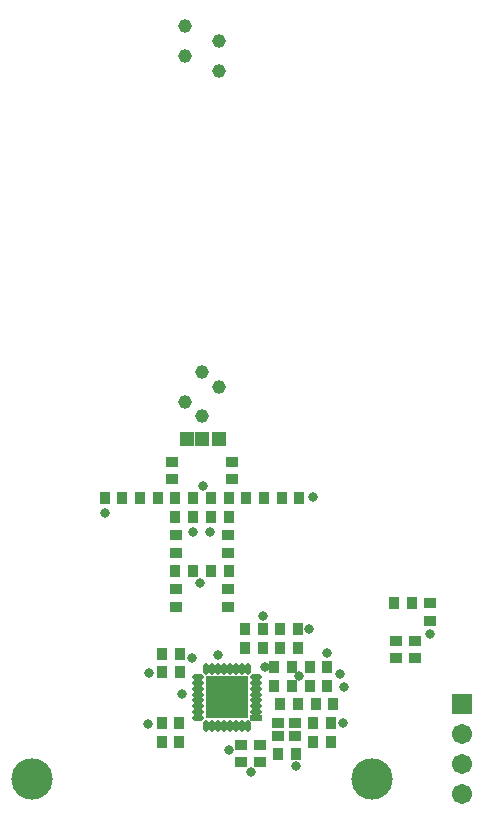
<source format=gts>
G04*
G04 #@! TF.GenerationSoftware,Altium Limited,Altium Designer,21.3.2 (30)*
G04*
G04 Layer_Color=8388736*
%FSLAX44Y44*%
%MOMM*%
G71*
G04*
G04 #@! TF.SameCoordinates,C0BB7E1C-5EEE-4355-A842-C900462BBBA7*
G04*
G04*
G04 #@! TF.FilePolarity,Negative*
G04*
G01*
G75*
%ADD17C,3.5000*%
%ADD18R,3.9800X0.8000*%
%ADD19R,3.9800X0.8000*%
%ADD20R,0.8000X3.9800*%
%ADD21R,3.6540X3.6540*%
%ADD22O,0.4840X1.0040*%
%ADD23O,1.0040X0.4840*%
%ADD24R,1.0040X0.4840*%
%ADD25R,1.0600X0.9600*%
%ADD26R,0.9600X1.0600*%
%ADD27R,1.2040X1.2040*%
%ADD28C,1.7040*%
%ADD29R,1.7040X1.7040*%
%ADD30C,1.1600*%
%ADD31C,0.2040*%
%ADD32C,0.8640*%
%ADD33C,0.8040*%
D17*
X384000Y32000D02*
D03*
X96000D02*
D03*
D18*
X260800Y76300D02*
D03*
D19*
X260900Y125300D02*
D03*
D20*
X236300Y100800D02*
D03*
X285300D02*
D03*
D21*
X260800Y100800D02*
D03*
D22*
X278300Y76300D02*
D03*
X273300D02*
D03*
X268300D02*
D03*
X263300D02*
D03*
X258300D02*
D03*
X253300D02*
D03*
X248300D02*
D03*
X243300D02*
D03*
Y125300D02*
D03*
X248300D02*
D03*
X253300D02*
D03*
X258300D02*
D03*
X263300D02*
D03*
X268300D02*
D03*
X273300D02*
D03*
X278300D02*
D03*
D23*
X236300Y83300D02*
D03*
Y88300D02*
D03*
Y93300D02*
D03*
Y98300D02*
D03*
Y103300D02*
D03*
Y108300D02*
D03*
Y113300D02*
D03*
Y118300D02*
D03*
X285300D02*
D03*
Y113300D02*
D03*
Y108300D02*
D03*
Y103300D02*
D03*
Y98300D02*
D03*
Y93300D02*
D03*
Y88300D02*
D03*
D24*
Y83300D02*
D03*
D25*
X420200Y149000D02*
D03*
Y134000D02*
D03*
X304500Y79400D02*
D03*
X318500D02*
D03*
X304500Y68400D02*
D03*
X318500D02*
D03*
X214400Y300500D02*
D03*
Y285500D02*
D03*
X265400D02*
D03*
Y300500D02*
D03*
X404200Y149000D02*
D03*
Y134000D02*
D03*
X261900Y223500D02*
D03*
Y238500D02*
D03*
X217800Y223500D02*
D03*
Y238500D02*
D03*
X261900Y177500D02*
D03*
Y192500D02*
D03*
X272500Y45800D02*
D03*
Y60800D02*
D03*
X288500Y60800D02*
D03*
Y45800D02*
D03*
X217800Y192500D02*
D03*
Y177500D02*
D03*
X433200Y180900D02*
D03*
Y165900D02*
D03*
D26*
X417700Y180400D02*
D03*
X402700D02*
D03*
X220700Y78800D02*
D03*
X205700D02*
D03*
X220700Y62800D02*
D03*
X205700D02*
D03*
X172400Y270000D02*
D03*
X157400D02*
D03*
X307300D02*
D03*
X322300D02*
D03*
X277400Y270000D02*
D03*
X292400D02*
D03*
X247400Y254000D02*
D03*
X262400D02*
D03*
X247400Y270000D02*
D03*
X262400D02*
D03*
X217300Y208000D02*
D03*
X232300D02*
D03*
X217300Y254000D02*
D03*
X232300D02*
D03*
X217300Y270000D02*
D03*
X232300D02*
D03*
X187300D02*
D03*
X202300D02*
D03*
X262400Y208000D02*
D03*
X247400D02*
D03*
X220800Y122000D02*
D03*
X205800D02*
D03*
X220800Y138000D02*
D03*
X205800D02*
D03*
X276200Y158900D02*
D03*
X291200D02*
D03*
X276200Y142900D02*
D03*
X291200D02*
D03*
X306200Y158900D02*
D03*
X321200D02*
D03*
X321200Y142900D02*
D03*
X306200D02*
D03*
X304000Y52900D02*
D03*
X319000D02*
D03*
X336100Y94900D02*
D03*
X351100D02*
D03*
X306100D02*
D03*
X321100D02*
D03*
X334000Y63000D02*
D03*
X349000D02*
D03*
X330900Y110900D02*
D03*
X345900D02*
D03*
X315900D02*
D03*
X300900D02*
D03*
X330900Y126900D02*
D03*
X345900D02*
D03*
X300900D02*
D03*
X315900D02*
D03*
X349000Y79000D02*
D03*
X334000D02*
D03*
D27*
X240000Y320000D02*
D03*
X226749D02*
D03*
X254501Y319999D02*
D03*
D28*
X460000Y18800D02*
D03*
Y44200D02*
D03*
Y69600D02*
D03*
D29*
Y95000D02*
D03*
D30*
X240022Y338908D02*
D03*
X225562Y351288D02*
D03*
X240022Y376318D02*
D03*
X254472Y363698D02*
D03*
X254432Y631288D02*
D03*
X225522Y643698D02*
D03*
X254432Y656498D02*
D03*
X225522Y668908D02*
D03*
D31*
X384000Y32000D02*
D03*
X96000D02*
D03*
D32*
X260800Y100800D02*
D03*
X248800Y112800D02*
D03*
X260800D02*
D03*
X272800D02*
D03*
X248800Y100800D02*
D03*
X272800D02*
D03*
X248800Y88800D02*
D03*
X260800D02*
D03*
X272800D02*
D03*
D33*
X432700Y154300D02*
D03*
X262700Y55900D02*
D03*
X292700Y127000D02*
D03*
X356800Y120500D02*
D03*
X223200Y103600D02*
D03*
X238400Y198037D02*
D03*
X195159Y121530D02*
D03*
X194305Y78211D02*
D03*
X280900Y38100D02*
D03*
X319000Y42900D02*
D03*
X359200Y79000D02*
D03*
X359600Y109500D02*
D03*
X322300Y118800D02*
D03*
X345800Y138600D02*
D03*
X330500Y158900D02*
D03*
X291200Y169600D02*
D03*
X231700Y134100D02*
D03*
X253200Y136400D02*
D03*
X157377Y257228D02*
D03*
X333527Y270325D02*
D03*
X246926Y241164D02*
D03*
X232490Y241175D02*
D03*
X240200Y279500D02*
D03*
M02*

</source>
